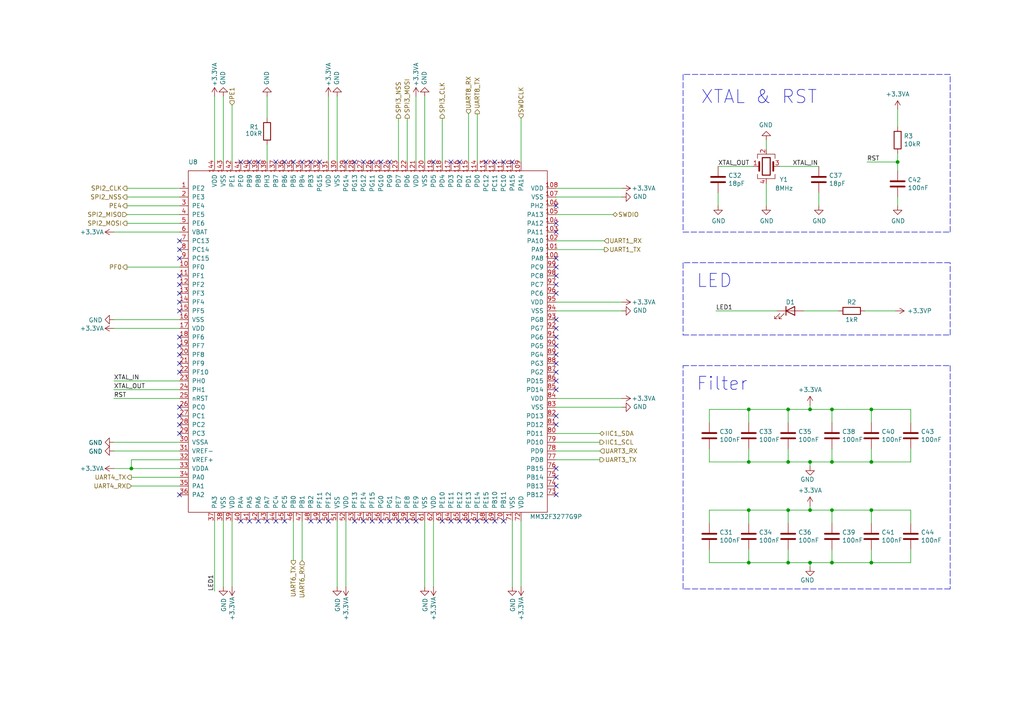
<source format=kicad_sch>
(kicad_sch (version 20211123) (generator eeschema)
  (paper "A4")
  (title_block (title "MM32_Board") (date "2022-03-02") (rev "1.3.2"))
  (lib_symbols
    (symbol "Device:C" (pin_numbers hide) (pin_names (offset 0.254))
      (property "Reference" "C" (at 0.635 2.54 0))
      (property "Value" "C" (at 0.635 -2.54 0))
      (symbol "C_0_1"
        (polyline (pts (xy -2.032 -0.762) (xy 2.032 -0.762)) (stroke (width 0.508)))
        (polyline (pts (xy -2.032 0.762) (xy 2.032 0.762)) (stroke (width 0.508)))
      )
      (symbol "C_1_1"
        (pin passive line (at 0 3.81 270) (length 2.794) (name "~") (number "1"))
        (pin passive line (at 0 -3.81 90) (length 2.794) (name "~") (number "2"))
      )
    )
    (symbol "Device:Crystal_GND24" (pin_names (offset 1.016) hide)
      (property "Reference" "Y" (at 3.175 5.08 0))
      (property "Value" "Crystal_GND24" (at 3.175 3.175 0))
      (symbol "Crystal_GND24_0_1"
        (rectangle (start -1.143 2.54) (end 1.143 -2.54) (stroke (width 0.3048)))
        (polyline (pts (xy -2.54 0) (xy -2.032 0)))
        (polyline (pts (xy -2.032 -1.27) (xy -2.032 1.27)) (stroke (width 0.508)))
        (polyline (pts (xy 0 -3.81) (xy 0 -3.556)))
        (polyline (pts (xy 0 3.556) (xy 0 3.81)))
        (polyline (pts (xy 2.032 -1.27) (xy 2.032 1.27)) (stroke (width 0.508)))
        (polyline (pts (xy 2.032 0) (xy 2.54 0)))
        (polyline (pts (xy -2.54 -2.286) (xy -2.54 -3.556) (xy 2.54 -3.556) (xy 2.54 -2.286)))
        (polyline (pts (xy -2.54 2.286) (xy -2.54 3.556) (xy 2.54 3.556) (xy 2.54 2.286)))
      )
      (symbol "Crystal_GND24_1_1"
        (pin passive line (at -3.81 0 0) (length 1.27) (name "1") (number "1"))
        (pin passive line (at 0 5.08 270) (length 1.27) (name "2") (number "2"))
        (pin passive line (at 3.81 0 180) (length 1.27) (name "3") (number "3"))
        (pin passive line (at 0 -5.08 90) (length 1.27) (name "4") (number "4"))
      )
    )
    (symbol "Device:LED" (pin_numbers hide) (pin_names (offset 1.016) hide)
      (property "Reference" "D" (at 0 2.54 0))
      (property "Value" "LED" (at 0 -2.54 0))
      (symbol "LED_0_1"
        (polyline (pts (xy -1.27 -1.27) (xy -1.27 1.27)) (stroke (width 0.254)))
        (polyline (pts (xy -1.27 0) (xy 1.27 0)))
        (polyline (pts (xy 1.27 -1.27) (xy 1.27 1.27) (xy -1.27 0) (xy 1.27 -1.27)) (stroke (width 0.254)))
        (polyline (pts (xy -3.048 -0.762) (xy -4.572 -2.286) (xy -3.81 -2.286) (xy -4.572 -2.286) (xy -4.572 -1.524)))
        (polyline (pts (xy -1.778 -0.762) (xy -3.302 -2.286) (xy -2.54 -2.286) (xy -3.302 -2.286) (xy -3.302 -1.524)))
      )
      (symbol "LED_1_1"
        (pin passive line (at -3.81 0 0) (length 2.54) (name "K") (number "1"))
        (pin passive line (at 3.81 0 180) (length 2.54) (name "A") (number "2"))
      )
    )
    (symbol "Device:R" (pin_numbers hide) (pin_names (offset 0))
      (property "Reference" "R" (at 2.032 0 90))
      (property "Value" "R" (at 0 0 90))
      (symbol "R_0_1"
        (rectangle (start -1.016 -2.54) (end 1.016 2.54) (stroke (width 0.254)))
      )
      (symbol "R_1_1"
        (pin passive line (at 0 3.81 270) (length 1.27) (name "~") (number "1"))
        (pin passive line (at 0 -3.81 90) (length 1.27) (name "~") (number "2"))
      )
    )
    (symbol "MM32_Periph:MM32F3277G9P" (pin_names (offset 1.016))
      (property "Reference" "U" (at 1.27 104.14 0))
      (property "Value" "MM32F3277G9P" (at 107.95 -2.54 0))
      (symbol "MM32F3277G9P_0_0"
        (pin bidirectional line (at -2.54 71.12 0) (length 2.54) (name "PF0") (number "10"))
        (pin bidirectional line (at 106.68 73.66 180) (length 2.54) (name "PA8") (number "100"))
        (pin bidirectional line (at 106.68 76.2 180) (length 2.54) (name "PA9") (number "101"))
        (pin bidirectional line (at 106.68 78.74 180) (length 2.54) (name "PA10") (number "102"))
        (pin bidirectional line (at 106.68 81.28 180) (length 2.54) (name "PA11") (number "103"))
        (pin bidirectional line (at 106.68 83.82 180) (length 2.54) (name "PA12") (number "104"))
        (pin bidirectional line (at 106.68 86.36 180) (length 2.54) (name "PA13") (number "105"))
        (pin bidirectional line (at 106.68 88.9 180) (length 2.54) (name "PH2") (number "106"))
        (pin power_in line (at 106.68 91.44 180) (length 2.54) (name "VSS") (number "107"))
        (pin power_in line (at 106.68 93.98 180) (length 2.54) (name "VDD") (number "108"))
        (pin bidirectional line (at 96.52 101.6 270) (length 2.54) (name "PA14") (number "109"))
        (pin bidirectional line (at -2.54 68.58 0) (length 2.54) (name "PF1") (number "11"))
        (pin bidirectional line (at 93.98 101.6 270) (length 2.54) (name "PA15") (number "110"))
        (pin bidirectional line (at 91.44 101.6 270) (length 2.54) (name "PC10") (number "111"))
        (pin bidirectional line (at 88.9 101.6 270) (length 2.54) (name "PC11") (number "112"))
        (pin bidirectional line (at 86.36 101.6 270) (length 2.54) (name "PC12") (number "113"))
        (pin bidirectional line (at 83.82 101.6 270) (length 2.54) (name "PD0") (number "114"))
        (pin bidirectional line (at 81.28 101.6 270) (length 2.54) (name "PD1") (number "115"))
        (pin bidirectional line (at 78.74 101.6 270) (length 2.54) (name "PD2") (number "116"))
        (pin bidirectional line (at 76.2 101.6 270) (length 2.54) (name "PD3") (number "117"))
        (pin bidirectional line (at 73.66 101.6 270) (length 2.54) (name "PD4") (number "118"))
        (pin bidirectional line (at 71.12 101.6 270) (length 2.54) (name "PD5") (number "119"))
        (pin bidirectional line (at -2.54 66.04 0) (length 2.54) (name "PF2") (number "12"))
        (pin power_in line (at 68.58 101.6 270) (length 2.54) (name "VSS") (number "120"))
        (pin power_in line (at 66.04 101.6 270) (length 2.54) (name "VDD") (number "121"))
        (pin bidirectional line (at 63.5 101.6 270) (length 2.54) (name "PD6") (number "122"))
        (pin bidirectional line (at 60.96 101.6 270) (length 2.54) (name "PD7") (number "123"))
        (pin bidirectional line (at 58.42 101.6 270) (length 2.54) (name "PG9") (number "124"))
        (pin bidirectional line (at 55.88 101.6 270) (length 2.54) (name "PG10") (number "125"))
        (pin bidirectional line (at 53.34 101.6 270) (length 2.54) (name "PG11") (number "126"))
        (pin bidirectional line (at 50.8 101.6 270) (length 2.54) (name "PG12") (number "127"))
        (pin bidirectional line (at 48.26 101.6 270) (length 2.54) (name "PG13") (number "128"))
        (pin bidirectional line (at 45.72 101.6 270) (length 2.54) (name "PG14") (number "129"))
        (pin bidirectional line (at -2.54 63.5 0) (length 2.54) (name "PF3") (number "13"))
        (pin power_in line (at 43.18 101.6 270) (length 2.54) (name "VSS") (number "130"))
        (pin power_in line (at 40.64 101.6 270) (length 2.54) (name "VDD") (number "131"))
        (pin bidirectional line (at 38.1 101.6 270) (length 2.54) (name "PG15") (number "132"))
        (pin bidirectional line (at 35.56 101.6 270) (length 2.54) (name "PB3") (number "133"))
        (pin bidirectional line (at 33.02 101.6 270) (length 2.54) (name "PB4") (number "134"))
        (pin bidirectional line (at 30.48 101.6 270) (length 2.54) (name "PB5") (number "135"))
        (pin bidirectional line (at 27.94 101.6 270) (length 2.54) (name "PB6") (number "136"))
        (pin bidirectional line (at 25.4 101.6 270) (length 2.54) (name "PB7") (number "137"))
        (pin bidirectional line (at 22.86 101.6 270) (length 2.54) (name "PH3") (number "138"))
        (pin bidirectional line (at 20.32 101.6 270) (length 2.54) (name "PB8") (number "139"))
        (pin bidirectional line (at -2.54 60.96 0) (length 2.54) (name "PF4") (number "14"))
        (pin bidirectional line (at 17.78 101.6 270) (length 2.54) (name "PB9") (number "140"))
        (pin bidirectional line (at 15.24 101.6 270) (length 2.54) (name "PE0") (number "141"))
        (pin bidirectional line (at 12.7 101.6 270) (length 2.54) (name "PE1") (number "142"))
        (pin power_in line (at 10.16 101.6 270) (length 2.54) (name "VSS") (number "143"))
        (pin power_in line (at 7.62 101.6 270) (length 2.54) (name "VDD") (number "144"))
        (pin bidirectional line (at -2.54 58.42 0) (length 2.54) (name "PF5") (number "15"))
        (pin power_in line (at -2.54 55.88 0) (length 2.54) (name "VSS") (number "16"))
        (pin power_in line (at -2.54 53.34 0) (length 2.54) (name "VDD") (number "17"))
        (pin bidirectional line (at -2.54 50.8 0) (length 2.54) (name "PF6") (number "18"))
        (pin bidirectional line (at -2.54 48.26 0) (length 2.54) (name "PF7") (number "19"))
        (pin bidirectional line (at -2.54 91.44 0) (length 2.54) (name "PE3") (number "2"))
        (pin bidirectional line (at -2.54 45.72 0) (length 2.54) (name "PF8") (number "20"))
        (pin bidirectional line (at -2.54 43.18 0) (length 2.54) (name "PF9") (number "21"))
        (pin bidirectional line (at -2.54 40.64 0) (length 2.54) (name "PF10") (number "22"))
        (pin bidirectional line (at -2.54 38.1 0) (length 2.54) (name "PH0") (number "23"))
        (pin bidirectional line (at -2.54 35.56 0) (length 2.54) (name "PH1") (number "24"))
        (pin bidirectional line (at -2.54 33.02 0) (length 2.54) (name "nRST") (number "25"))
        (pin bidirectional line (at -2.54 30.48 0) (length 2.54) (name "PC0") (number "26"))
        (pin bidirectional line (at -2.54 27.94 0) (length 2.54) (name "PC1") (number "27"))
        (pin bidirectional line (at -2.54 25.4 0) (length 2.54) (name "PC2") (number "28"))
        (pin bidirectional line (at -2.54 22.86 0) (length 2.54) (name "PC3") (number "29"))
        (pin bidirectional line (at -2.54 88.9 0) (length 2.54) (name "PE4") (number "3"))
        (pin power_in line (at -2.54 20.32 0) (length 2.54) (name "VSSA") (number "30"))
        (pin power_in line (at -2.54 17.78 0) (length 2.54) (name "VREF-") (number "31"))
        (pin power_in line (at -2.54 15.24 0) (length 2.54) (name "VREF+") (number "32"))
        (pin power_in line (at -2.54 12.7 0) (length 2.54) (name "VDDA") (number "33"))
        (pin bidirectional line (at -2.54 10.16 0) (length 2.54) (name "PA0") (number "34"))
        (pin bidirectional line (at -2.54 7.62 0) (length 2.54) (name "PA1") (number "35"))
        (pin bidirectional line (at -2.54 5.08 0) (length 2.54) (name "PA2") (number "36"))
        (pin bidirectional line (at 7.62 -2.54 90) (length 2.54) (name "PA3") (number "37"))
        (pin power_in line (at 10.16 -2.54 90) (length 2.54) (name "VSS") (number "38"))
        (pin power_in line (at 12.7 -2.54 90) (length 2.54) (name "VDD") (number "39"))
        (pin bidirectional line (at -2.54 86.36 0) (length 2.54) (name "PE5") (number "4"))
        (pin bidirectional line (at 15.24 -2.54 90) (length 2.54) (name "PA4") (number "40"))
        (pin bidirectional line (at 17.78 -2.54 90) (length 2.54) (name "PA5") (number "41"))
        (pin bidirectional line (at 20.32 -2.54 90) (length 2.54) (name "PA6") (number "42"))
        (pin bidirectional line (at 22.86 -2.54 90) (length 2.54) (name "PA7") (number "43"))
        (pin bidirectional line (at 25.4 -2.54 90) (length 2.54) (name "PC4") (number "44"))
        (pin bidirectional line (at 27.94 -2.54 90) (length 2.54) (name "PC5") (number "45"))
        (pin bidirectional line (at 30.48 -2.54 90) (length 2.54) (name "PB0") (number "46"))
        (pin bidirectional line (at 33.02 -2.54 90) (length 2.54) (name "PB1") (number "47"))
        (pin bidirectional line (at 35.56 -2.54 90) (length 2.54) (name "PB2") (number "48"))
        (pin bidirectional line (at 38.1 -2.54 90) (length 2.54) (name "PF11") (number "49"))
        (pin bidirectional line (at -2.54 83.82 0) (length 2.54) (name "PE6") (number "5"))
        (pin bidirectional line (at 40.64 -2.54 90) (length 2.54) (name "PF12") (number "50"))
        (pin power_in line (at 43.18 -2.54 90) (length 2.54) (name "VSS") (number "51"))
        (pin power_in line (at 45.72 -2.54 90) (length 2.54) (name "VDD") (number "52"))
        (pin bidirectional line (at 48.26 -2.54 90) (length 2.54) (name "PF13") (number "53"))
        (pin bidirectional line (at 50.8 -2.54 90) (length 2.54) (name "PF14") (number "54"))
        (pin bidirectional line (at 53.34 -2.54 90) (length 2.54) (name "PF15") (number "55"))
        (pin bidirectional line (at 55.88 -2.54 90) (length 2.54) (name "PG0") (number "56"))
        (pin bidirectional line (at 58.42 -2.54 90) (length 2.54) (name "PG1") (number "57"))
        (pin bidirectional line (at 60.96 -2.54 90) (length 2.54) (name "PE7") (number "58"))
        (pin bidirectional line (at 63.5 -2.54 90) (length 2.54) (name "PE8") (number "59"))
        (pin power_in line (at -2.54 81.28 0) (length 2.54) (name "VBAT") (number "6"))
        (pin bidirectional line (at 66.04 -2.54 90) (length 2.54) (name "PE9") (number "60"))
        (pin power_in line (at 68.58 -2.54 90) (length 2.54) (name "VSS") (number "61"))
        (pin power_in line (at 71.12 -2.54 90) (length 2.54) (name "VDD") (number "62"))
        (pin bidirectional line (at 73.66 -2.54 90) (length 2.54) (name "PE10") (number "63"))
        (pin bidirectional line (at 76.2 -2.54 90) (length 2.54) (name "PE11") (number "64"))
        (pin bidirectional line (at 78.74 -2.54 90) (length 2.54) (name "PE12") (number "65"))
        (pin bidirectional line (at 81.28 -2.54 90) (length 2.54) (name "PE13") (number "66"))
        (pin bidirectional line (at 83.82 -2.54 90) (length 2.54) (name "PE14") (number "67"))
        (pin bidirectional line (at 86.36 -2.54 90) (length 2.54) (name "PE15") (number "68"))
        (pin bidirectional line (at 88.9 -2.54 90) (length 2.54) (name "PB10") (number "69"))
        (pin bidirectional line (at -2.54 78.74 0) (length 2.54) (name "PC13") (number "7"))
        (pin bidirectional line (at 91.44 -2.54 90) (length 2.54) (name "PB11") (number "70"))
        (pin power_in line (at 93.98 -2.54 90) (length 2.54) (name "VSS") (number "71"))
        (pin power_in line (at 96.52 -2.54 90) (length 2.54) (name "VDD") (number "72"))
        (pin bidirectional line (at 106.68 5.08 180) (length 2.54) (name "PB12") (number "73"))
        (pin bidirectional line (at 106.68 7.62 180) (length 2.54) (name "PB13") (number "74"))
        (pin bidirectional line (at 106.68 10.16 180) (length 2.54) (name "PB14") (number "75"))
        (pin bidirectional line (at 106.68 12.7 180) (length 2.54) (name "PB15") (number "76"))
        (pin bidirectional line (at 106.68 15.24 180) (length 2.54) (name "PD8") (number "77"))
        (pin bidirectional line (at 106.68 17.78 180) (length 2.54) (name "PD9") (number "78"))
        (pin bidirectional line (at 106.68 20.32 180) (length 2.54) (name "PD10") (number "79"))
        (pin bidirectional line (at -2.54 76.2 0) (length 2.54) (name "PC14") (number "8"))
        (pin bidirectional line (at 106.68 22.86 180) (length 2.54) (name "PD11") (number "80"))
        (pin bidirectional line (at 106.68 25.4 180) (length 2.54) (name "PD12") (number "81"))
        (pin bidirectional line (at 106.68 27.94 180) (length 2.54) (name "PD13") (number "82"))
        (pin power_in line (at 106.68 30.48 180) (length 2.54) (name "VSS") (number "83"))
        (pin power_in line (at 106.68 33.02 180) (length 2.54) (name "VDD") (number "84"))
        (pin bidirectional line (at 106.68 35.56 180) (length 2.54) (name "PD14") (number "85"))
        (pin bidirectional line (at 106.68 38.1 180) (length 2.54) (name "PD15") (number "86"))
        (pin bidirectional line (at 106.68 40.64 180) (length 2.54) (name "PG2") (number "87"))
        (pin bidirectional line (at 106.68 43.18 180) (length 2.54) (name "PG3") (number "88"))
        (pin bidirectional line (at 106.68 45.72 180) (length 2.54) (name "PG4") (number "89"))
        (pin bidirectional line (at -2.54 73.66 0) (length 2.54) (name "PC15") (number "9"))
        (pin bidirectional line (at 106.68 48.26 180) (length 2.54) (name "PG5") (number "90"))
        (pin bidirectional line (at 106.68 50.8 180) (length 2.54) (name "PG6") (number "91"))
        (pin bidirectional line (at 106.68 53.34 180) (length 2.54) (name "PG7") (number "92"))
        (pin bidirectional line (at 106.68 55.88 180) (length 2.54) (name "PG8") (number "93"))
        (pin power_in line (at 106.68 58.42 180) (length 2.54) (name "VSS") (number "94"))
        (pin power_in line (at 106.68 60.96 180) (length 2.54) (name "VDD") (number "95"))
        (pin bidirectional line (at 106.68 63.5 180) (length 2.54) (name "PC6") (number "96"))
        (pin bidirectional line (at 106.68 66.04 180) (length 2.54) (name "PC7") (number "97"))
        (pin bidirectional line (at 106.68 68.58 180) (length 2.54) (name "PC8") (number "98"))
        (pin bidirectional line (at 106.68 71.12 180) (length 2.54) (name "PC9") (number "99"))
      )
      (symbol "MM32F3277G9P_0_1"
        (rectangle (start 0 99.06) (end 104.14 0))
      )
      (symbol "MM32F3277G9P_1_1"
        (pin bidirectional line (at -2.54 93.98 0) (length 2.54) (name "PE2") (number "1"))
      )
    )
    (symbol "power:+3.3VA" (power) (pin_names (offset 0))
      (property "Value" "+3.3VA" (at 0 3.556 0))
      (symbol "+3.3VA_0_1"
        (polyline (pts (xy -0.762 1.27) (xy 0 2.54)))
        (polyline (pts (xy 0 0) (xy 0 2.54)))
        (polyline (pts (xy 0 2.54) (xy 0.762 1.27)))
      )
      (symbol "+3.3VA_1_1"
        (pin power_in line (at 0 0 90) (length 0) hide (name "+3.3VA") (number "1"))
      )
    )
    (symbol "power:+3.3VP" (power) (pin_names (offset 0))
      (property "Value" "+3.3VP" (at 0 2.54 0))
      (symbol "+3.3VP_0_0"
        (pin power_in line (at 0 0 90) (length 0) hide (name "+3.3VP") (number "1"))
      )
      (symbol "+3.3VP_0_1"
        (polyline (pts (xy -0.762 1.27) (xy 0 2.54)))
        (polyline (pts (xy 0 0) (xy 0 2.54)))
        (polyline (pts (xy 0 2.54) (xy 0.762 1.27)))
      )
    )
    (symbol "power:GND" (power) (pin_names (offset 0))
      (property "Value" "GND" (at 0 -3.81 0))
      (symbol "GND_0_1"
        (polyline (pts (xy 0 0) (xy 0 -1.27) (xy 1.27 -1.27) (xy 0 -2.54) (xy -1.27 -1.27) (xy 0 -1.27)))
      )
      (symbol "GND_1_1"
        (pin power_in line (at 0 0 270) (length 0) hide (name "GND") (number "1"))
      )
    )
  )
  (junction (at 217.17 133.985))
  (junction (at 234.95 133.985))
  (junction (at 234.95 118.745))
  (junction (at 241.3 133.985))
  (junction (at 241.3 118.745))
  (junction (at 241.3 147.955))
  (junction (at 252.73 118.745))
  (junction (at 234.95 163.195))
  (junction (at 217.17 163.195))
  (junction (at 260.35 46.99))
  (junction (at 252.73 133.985))
  (junction (at 241.3 163.195))
  (junction (at 252.73 147.955))
  (junction (at 228.6 118.745))
  (junction (at 38.1 135.89))
  (junction (at 228.6 147.955))
  (junction (at 228.6 163.195))
  (junction (at 217.17 118.745))
  (junction (at 228.6 133.985))
  (junction (at 217.17 147.955))
  (junction (at 252.73 163.195))
  (junction (at 234.95 147.955))
  (no_connect (at 52.07 97.79))
  (no_connect (at 143.51 151.13))
  (no_connect (at 161.29 97.79))
  (no_connect (at 161.29 143.51))
  (no_connect (at 110.49 46.99))
  (no_connect (at 113.03 46.99))
  (no_connect (at 77.47 151.13))
  (no_connect (at 115.57 151.13))
  (no_connect (at 107.95 46.99))
  (no_connect (at 102.87 46.99))
  (no_connect (at 110.49 151.13))
  (no_connect (at 52.07 87.63))
  (no_connect (at 82.55 46.99))
  (no_connect (at 69.85 46.99))
  (no_connect (at 130.81 46.99))
  (no_connect (at 100.33 46.99))
  (no_connect (at 161.29 77.47))
  (no_connect (at 161.29 107.95))
  (no_connect (at 133.35 151.13))
  (no_connect (at 161.29 100.33))
  (no_connect (at 161.29 135.89))
  (no_connect (at 161.29 110.49))
  (no_connect (at 161.29 113.03))
  (no_connect (at 161.29 120.65))
  (no_connect (at 52.07 100.33))
  (no_connect (at 118.11 151.13))
  (no_connect (at 52.07 120.65))
  (no_connect (at 146.05 46.99))
  (no_connect (at 95.25 151.13))
  (no_connect (at 107.95 151.13))
  (no_connect (at 105.41 46.99))
  (no_connect (at 52.07 102.87))
  (no_connect (at 161.29 67.31))
  (no_connect (at 135.89 151.13))
  (no_connect (at 52.07 85.09))
  (no_connect (at 161.29 138.43))
  (no_connect (at 161.29 92.71))
  (no_connect (at 52.07 72.39))
  (no_connect (at 138.43 151.13))
  (no_connect (at 69.85 151.13))
  (no_connect (at 161.29 102.87))
  (no_connect (at 120.65 151.13))
  (no_connect (at 148.59 46.99))
  (no_connect (at 52.07 80.01))
  (no_connect (at 52.07 118.11))
  (no_connect (at 161.29 74.93))
  (no_connect (at 105.41 151.13))
  (no_connect (at 102.87 151.13))
  (no_connect (at 74.93 46.99))
  (no_connect (at 52.07 82.55))
  (no_connect (at 52.07 90.17))
  (no_connect (at 161.29 140.97))
  (no_connect (at 161.29 105.41))
  (no_connect (at 52.07 107.95))
  (no_connect (at 72.39 46.99))
  (no_connect (at 140.97 151.13))
  (no_connect (at 128.27 151.13))
  (no_connect (at 72.39 151.13))
  (no_connect (at 113.03 151.13))
  (no_connect (at 92.71 151.13))
  (no_connect (at 125.73 46.99))
  (no_connect (at 52.07 74.93))
  (no_connect (at 52.07 123.19))
  (no_connect (at 146.05 151.13))
  (no_connect (at 80.01 151.13))
  (no_connect (at 161.29 80.01))
  (no_connect (at 52.07 69.85))
  (no_connect (at 161.29 123.19))
  (no_connect (at 90.17 151.13))
  (no_connect (at 90.17 46.99))
  (no_connect (at 87.63 46.99))
  (no_connect (at 85.09 46.99))
  (no_connect (at 74.93 151.13))
  (no_connect (at 161.29 85.09))
  (no_connect (at 143.51 46.99))
  (no_connect (at 133.35 46.99))
  (no_connect (at 161.29 59.69))
  (no_connect (at 52.07 143.51))
  (no_connect (at 82.55 151.13))
  (no_connect (at 161.29 82.55))
  (no_connect (at 130.81 151.13))
  (no_connect (at 161.29 64.77))
  (no_connect (at 52.07 105.41))
  (no_connect (at 80.01 46.99))
  (no_connect (at 92.71 46.99))
  (no_connect (at 161.29 95.25))
  (no_connect (at 52.07 125.73))
  (no_connect (at 140.97 46.99))
  (wire (pts (xy 85.09 151.13) (xy 85.09 162.56)))
  (wire (pts (xy 241.3 130.175) (xy 241.3 133.985)))
  (wire (pts (xy 241.3 159.385) (xy 241.3 163.195)))
  (wire (pts (xy 161.29 125.73) (xy 173.99 125.73)))
  (wire (pts (xy 118.11 46.99) (xy 118.11 34.29)))
  (wire (pts (xy 205.74 118.745) (xy 217.17 118.745)))
  (wire (pts (xy 234.95 147.955) (xy 241.3 147.955)))
  (wire (pts (xy 161.29 72.39) (xy 175.26 72.39)))
  (wire (pts (xy 250.825 90.17) (xy 259.715 90.17)))
  (wire (pts (xy 218.44 48.26) (xy 208.28 48.26)))
  (wire (pts (xy 205.74 151.765) (xy 205.74 147.955)))
  (wire (pts (xy 36.83 77.47) (xy 52.07 77.47)))
  (wire (pts (xy 252.73 118.745) (xy 264.16 118.745)))
  (wire (pts (xy 33.02 130.81) (xy 52.07 130.81)))
  (wire (pts (xy 252.73 130.175) (xy 252.73 133.985)))
  (wire (pts (xy 36.83 59.69) (xy 52.07 59.69)))
  (wire (pts (xy 161.29 128.27) (xy 173.99 128.27)))
  (wire (pts (xy 251.46 46.99) (xy 260.35 46.99)))
  (wire (pts (xy 234.95 164.465) (xy 234.95 163.195)))
  (wire (pts (xy 128.27 46.99) (xy 128.27 34.29)))
  (wire (pts (xy 52.07 113.03) (xy 33.02 113.03)))
  (wire (pts (xy 161.29 90.17) (xy 180.34 90.17)))
  (wire (pts (xy 38.1 140.97) (xy 52.07 140.97)))
  (polyline (pts (xy 275.59 21.59) (xy 198.12 21.59)))
  (wire (pts (xy 97.79 27.94) (xy 97.79 46.99)))
  (wire (pts (xy 33.02 128.27) (xy 52.07 128.27)))
  (wire (pts (xy 97.79 170.18) (xy 97.79 151.13)))
  (polyline (pts (xy 275.59 170.815) (xy 198.12 170.815)))
  (polyline (pts (xy 275.59 76.2) (xy 198.12 76.2)))
  (wire (pts (xy 228.6 151.765) (xy 228.6 147.955)))
  (wire (pts (xy 264.16 133.985) (xy 264.16 130.175)))
  (wire (pts (xy 234.95 135.255) (xy 234.95 133.985)))
  (wire (pts (xy 228.6 118.745) (xy 234.95 118.745)))
  (wire (pts (xy 52.07 64.77) (xy 36.83 64.77)))
  (wire (pts (xy 33.02 135.89) (xy 38.1 135.89)))
  (wire (pts (xy 205.74 133.985) (xy 217.17 133.985)))
  (wire (pts (xy 100.33 170.18) (xy 100.33 151.13)))
  (wire (pts (xy 228.6 163.195) (xy 234.95 163.195)))
  (wire (pts (xy 161.29 118.11) (xy 180.34 118.11)))
  (wire (pts (xy 62.23 27.94) (xy 62.23 46.99)))
  (wire (pts (xy 161.29 54.61) (xy 180.34 54.61)))
  (polyline (pts (xy 275.59 67.31) (xy 275.59 21.59)))
  (wire (pts (xy 252.73 133.985) (xy 264.16 133.985)))
  (wire (pts (xy 138.43 46.99) (xy 138.43 33.02)))
  (wire (pts (xy 241.3 133.985) (xy 252.73 133.985)))
  (wire (pts (xy 120.65 27.94) (xy 120.65 46.99)))
  (wire (pts (xy 205.74 163.195) (xy 217.17 163.195)))
  (wire (pts (xy 252.73 122.555) (xy 252.73 118.745)))
  (wire (pts (xy 33.02 92.71) (xy 52.07 92.71)))
  (wire (pts (xy 264.16 163.195) (xy 264.16 159.385)))
  (polyline (pts (xy 198.12 21.59) (xy 198.12 67.31)))
  (wire (pts (xy 252.73 163.195) (xy 264.16 163.195)))
  (wire (pts (xy 38.1 138.43) (xy 52.07 138.43)))
  (wire (pts (xy 234.95 133.985) (xy 241.3 133.985)))
  (wire (pts (xy 241.3 163.195) (xy 252.73 163.195)))
  (wire (pts (xy 241.3 122.555) (xy 241.3 118.745)))
  (polyline (pts (xy 198.12 97.155) (xy 275.59 97.155)))
  (wire (pts (xy 228.6 147.955) (xy 234.95 147.955)))
  (polyline (pts (xy 275.59 106.045) (xy 275.59 170.815)))
  (wire (pts (xy 234.95 118.745) (xy 234.95 117.475)))
  (wire (pts (xy 161.29 133.35) (xy 173.99 133.35)))
  (wire (pts (xy 205.74 147.955) (xy 217.17 147.955)))
  (wire (pts (xy 38.1 133.35) (xy 38.1 135.89)))
  (wire (pts (xy 125.73 170.18) (xy 125.73 151.13)))
  (wire (pts (xy 64.77 170.18) (xy 64.77 151.13)))
  (wire (pts (xy 217.17 118.745) (xy 228.6 118.745)))
  (wire (pts (xy 260.35 57.15) (xy 260.35 59.69)))
  (wire (pts (xy 252.73 159.385) (xy 252.73 163.195)))
  (wire (pts (xy 123.19 27.94) (xy 123.19 46.99)))
  (wire (pts (xy 208.28 55.88) (xy 208.28 59.69)))
  (wire (pts (xy 205.74 130.175) (xy 205.74 133.985)))
  (wire (pts (xy 228.6 133.985) (xy 234.95 133.985)))
  (wire (pts (xy 64.77 27.94) (xy 64.77 46.99)))
  (wire (pts (xy 77.47 27.94) (xy 77.47 34.29)))
  (wire (pts (xy 241.3 147.955) (xy 252.73 147.955)))
  (wire (pts (xy 36.83 62.23) (xy 52.07 62.23)))
  (polyline (pts (xy 198.12 106.045) (xy 275.59 106.045)))
  (wire (pts (xy 205.74 159.385) (xy 205.74 163.195)))
  (wire (pts (xy 161.29 57.15) (xy 180.34 57.15)))
  (wire (pts (xy 175.26 69.85) (xy 161.29 69.85)))
  (wire (pts (xy 77.47 41.91) (xy 77.47 46.99)))
  (wire (pts (xy 33.02 67.31) (xy 52.07 67.31)))
  (wire (pts (xy 217.17 133.985) (xy 228.6 133.985)))
  (wire (pts (xy 36.83 57.15) (xy 52.07 57.15)))
  (wire (pts (xy 135.89 33.02) (xy 135.89 46.99)))
  (wire (pts (xy 161.29 115.57) (xy 180.34 115.57)))
  (wire (pts (xy 228.6 130.175) (xy 228.6 133.985)))
  (wire (pts (xy 87.63 162.56) (xy 87.63 151.13)))
  (wire (pts (xy 148.59 170.18) (xy 148.59 151.13)))
  (wire (pts (xy 33.02 95.25) (xy 52.07 95.25)))
  (wire (pts (xy 205.74 122.555) (xy 205.74 118.745)))
  (wire (pts (xy 241.3 151.765) (xy 241.3 147.955)))
  (wire (pts (xy 67.31 46.99) (xy 67.31 30.48)))
  (wire (pts (xy 260.35 46.99) (xy 260.35 49.53)))
  (wire (pts (xy 252.73 147.955) (xy 264.16 147.955)))
  (wire (pts (xy 38.1 135.89) (xy 52.07 135.89)))
  (polyline (pts (xy 198.12 170.815) (xy 198.12 106.045)))
  (wire (pts (xy 217.17 122.555) (xy 217.17 118.745)))
  (wire (pts (xy 33.02 110.49) (xy 52.07 110.49)))
  (wire (pts (xy 234.95 163.195) (xy 241.3 163.195)))
  (wire (pts (xy 217.17 151.765) (xy 217.17 147.955)))
  (wire (pts (xy 228.6 159.385) (xy 228.6 163.195)))
  (wire (pts (xy 234.95 147.955) (xy 234.95 146.685)))
  (wire (pts (xy 222.25 43.18) (xy 222.25 40.64)))
  (wire (pts (xy 33.02 115.57) (xy 52.07 115.57)))
  (wire (pts (xy 67.31 170.18) (xy 67.31 151.13)))
  (polyline (pts (xy 198.12 76.2) (xy 198.12 97.155)))
  (wire (pts (xy 241.3 118.745) (xy 252.73 118.745)))
  (wire (pts (xy 62.23 151.13) (xy 62.23 171.45)))
  (wire (pts (xy 151.13 34.29) (xy 151.13 46.99)))
  (polyline (pts (xy 275.59 97.155) (xy 275.59 76.2)))
  (wire (pts (xy 123.19 170.18) (xy 123.19 151.13)))
  (wire (pts (xy 234.95 118.745) (xy 241.3 118.745)))
  (wire (pts (xy 226.06 48.26) (xy 237.49 48.26)))
  (wire (pts (xy 217.17 163.195) (xy 228.6 163.195)))
  (wire (pts (xy 264.16 147.955) (xy 264.16 151.765)))
  (wire (pts (xy 115.57 46.99) (xy 115.57 34.29)))
  (wire (pts (xy 217.17 159.385) (xy 217.17 163.195)))
  (wire (pts (xy 151.13 170.18) (xy 151.13 151.13)))
  (wire (pts (xy 252.73 151.765) (xy 252.73 147.955)))
  (wire (pts (xy 217.17 130.175) (xy 217.17 133.985)))
  (polyline (pts (xy 198.12 67.31) (xy 275.59 67.31)))
  (wire (pts (xy 237.49 55.88) (xy 237.49 59.69)))
  (wire (pts (xy 52.07 133.35) (xy 38.1 133.35)))
  (wire (pts (xy 260.35 31.75) (xy 260.35 36.83)))
  (wire (pts (xy 233.045 90.17) (xy 243.205 90.17)))
  (wire (pts (xy 173.99 130.81) (xy 161.29 130.81)))
  (wire (pts (xy 228.6 122.555) (xy 228.6 118.745)))
  (wire (pts (xy 95.25 27.94) (xy 95.25 46.99)))
  (wire (pts (xy 36.83 54.61) (xy 52.07 54.61)))
  (wire (pts (xy 217.17 147.955) (xy 228.6 147.955)))
  (wire (pts (xy 161.29 62.23) (xy 177.8 62.23)))
  (wire (pts (xy 225.425 90.17) (xy 207.645 90.17)))
  (wire (pts (xy 180.34 87.63) (xy 161.29 87.63)))
  (wire (pts (xy 264.16 118.745) (xy 264.16 122.555)))
  (wire (pts (xy 222.25 53.34) (xy 222.25 59.69)))
  (wire (pts (xy 260.35 44.45) (xy 260.35 46.99)))
  (text "LED" (at 201.93 83.82 0) (effects (font (size 3.81 3.81)) (justify left bottom)))
  (text "XTAL & RST" (at 203.2 30.48 0) (effects (font (size 3.81 3.81)) (justify left bottom)))
  (text "Filter" (at 201.93 113.665 0) (effects (font (size 3.81 3.81)) (justify left bottom)))
  (label "XTAL_IN" (at 33.02 110.49 0))
  (label "XTAL_OUT" (at 208.28 48.26 0))
  (label "LED1" (at 207.645 90.17 0))
  (label "RST" (at 33.02 115.57 0))
  (label "RST" (at 251.46 46.99 0))
  (label "LED1" (at 62.23 171.45 90))
  (label "XTAL_IN" (at 229.87 48.26 0))
  (label "XTAL_OUT" (at 33.02 113.03 0))
  (hierarchical_label "SPI3_CLK" (shape output) (at 128.27 34.29 90))
  (hierarchical_label "PF0" (shape output) (at 36.83 77.47 180))
  (hierarchical_label "UART6_RX" (shape input) (at 87.63 162.56 270))
  (hierarchical_label "UART8_TX" (shape output) (at 138.43 33.02 90))
  (hierarchical_label "IIC1_SCL" (shape output) (at 173.99 128.27 0))
  (hierarchical_label "UART6_TX" (shape output) (at 85.09 162.56 270))
  (hierarchical_label "SPI3_NSS" (shape output) (at 115.57 34.29 90))
  (hierarchical_label "UART4_RX" (shape input) (at 38.1 140.97 180))
  (hierarchical_label "IIC1_SDA" (shape bidirectional) (at 173.99 125.73 0))
  (hierarchical_label "PE4" (shape output) (at 36.83 59.69 180))
  (hierarchical_label "PE1" (shape input) (at 67.31 30.48 90))
  (hierarchical_label "UART3_TX" (shape output) (at 173.99 133.35 0))
  (hierarchical_label "SPI2_CLK" (shape output) (at 36.83 54.61 180))
  (hierarchical_label "SWDCLK" (shape input) (at 151.13 34.29 90))
  (hierarchical_label "UART8_RX" (shape input) (at 135.89 33.02 90))
  (hierarchical_label "UART3_RX" (shape input) (at 173.99 130.81 0))
  (hierarchical_label "UART1_RX" (shape input) (at 175.26 69.85 0))
  (hierarchical_label "SPI2_MISO" (shape input) (at 36.83 62.23 180))
  (hierarchical_label "SPI3_MOSI" (shape output) (at 118.11 34.29 90))
  (hierarchical_label "SPI2_NSS" (shape output) (at 36.83 57.15 180))
  (hierarchical_label "SWDIO" (shape bidirectional) (at 177.8 62.23 0))
  (hierarchical_label "UART4_TX" (shape output) (at 38.1 138.43 180))
  (hierarchical_label "SPI2_MOSI" (shape output) (at 36.83 64.77 180))
  (hierarchical_label "UART1_TX" (shape output) (at 175.26 72.39 0))
  (symbol (lib_id "power:GND") (at 234.95 164.465 0) (unit 1)
    (property "Reference" "#PWR097" (effects hide))
    (property "Value" "GND" (at 236.22 168.275 0) (effects (justify right)))
  )
  (symbol (lib_id "power:+3.3VA") (at 100.33 170.18 180) (unit 1)
    (property "Reference" "#PWR078" (effects hide))
    (property "Value" "+3.3VA" (at 100.33 176.53 90))
  )
  (symbol (lib_id "power:+3.3VA") (at 180.34 115.57 270) (unit 1)
    (property "Reference" "#PWR089" (effects hide))
    (property "Value" "+3.3VA" (at 186.69 115.57 90))
  )
  (symbol (lib_id "power:+3.3VA") (at 180.34 54.61 270) (unit 1)
    (property "Reference" "#PWR085" (effects hide))
    (property "Value" "+3.3VA" (at 186.69 54.61 90))
  )
  (symbol (lib_id "Device:R") (at 77.47 38.1 0) (unit 1)
    (property "Reference" "R1" (at 72.39 36.83 0) (effects (justify left)))
    (property "Value" "10kR" (at 71.12 38.735 0) (effects (justify left)))
    (property "Footprint" "ControlBoard:R_0603_1608Metric" (effects hide))
  )
  (symbol (lib_id "Device:C") (at 217.17 126.365 0) (unit 1)
    (property "Reference" "C33" (at 220.091 125.1966 0) (effects (justify left)))
    (property "Value" "100nF" (at 220.091 127.508 0) (effects (justify left)))
    (property "Footprint" "ControlBoard:C_0603_1608Metric" (effects hide))
  )
  (symbol (lib_id "power:GND") (at 64.77 170.18 0) (unit 1)
    (property "Reference" "#PWR072" (effects hide))
    (property "Value" "GND" (at 64.897 173.4312 90) (effects (justify right)))
  )
  (symbol (lib_id "Device:C") (at 241.3 155.575 0) (unit 1)
    (property "Reference" "C39" (at 244.221 154.4066 0) (effects (justify left)))
    (property "Value" "100nF" (at 244.221 156.718 0) (effects (justify left)))
    (property "Footprint" "ControlBoard:C_0603_1608Metric" (effects hide))
  )
  (symbol (lib_id "power:GND") (at 180.34 90.17 90) (unit 1)
    (property "Reference" "#PWR088" (effects hide))
    (property "Value" "GND" (at 183.5912 90.043 90) (effects (justify right)))
  )
  (symbol (lib_id "power:GND") (at 123.19 170.18 0) (unit 1)
    (property "Reference" "#PWR081" (effects hide))
    (property "Value" "GND" (at 123.317 173.4312 90) (effects (justify right)))
  )
  (symbol (lib_id "power:GND") (at 33.02 128.27 270) (unit 1)
    (property "Reference" "#PWR067" (effects hide))
    (property "Value" "GND" (at 29.7688 128.397 90) (effects (justify right)))
  )
  (symbol (lib_id "power:+3.3VA") (at 33.02 67.31 90) (unit 1)
    (property "Reference" "#PWR064" (effects hide))
    (property "Value" "+3.3VA" (at 26.67 67.31 90))
  )
  (symbol (lib_id "Device:Crystal_GND24") (at 222.25 48.26 0) (unit 1)
    (property "Reference" "Y1" (at 226.06 52.07 0) (effects (justify left)))
    (property "Value" "8MHz" (at 224.79 54.61 0) (effects (justify left)))
    (property "Footprint" "ControlBoard:Crystal_SMD_3225-4Pin_3.2x2.5mm" (effects hide))
  )
  (symbol (lib_id "power:GND") (at 180.34 57.15 90) (unit 1)
    (property "Reference" "#PWR086" (effects hide))
    (property "Value" "GND" (at 183.5912 57.023 90) (effects (justify right)))
  )
  (symbol (lib_id "power:+3.3VA") (at 33.02 135.89 90) (unit 1)
    (property "Reference" "#PWR069" (effects hide))
    (property "Value" "+3.3VA" (at 26.67 135.89 90))
  )
  (symbol (lib_id "power:GND") (at 123.19 27.94 180) (unit 1)
    (property "Reference" "#PWR080" (effects hide))
    (property "Value" "GND" (at 123.063 24.6888 90) (effects (justify right)))
  )
  (symbol (lib_id "power:GND") (at 97.79 27.94 180) (unit 1)
    (property "Reference" "#PWR076" (effects hide))
    (property "Value" "GND" (at 97.663 24.6888 90) (effects (justify right)))
  )
  (symbol (lib_id "power:+3.3VA") (at 151.13 170.18 180) (unit 1)
    (property "Reference" "#PWR084" (effects hide))
    (property "Value" "+3.3VA" (at 151.13 176.53 90))
  )
  (symbol (lib_id "power:+3.3VA") (at 33.02 95.25 90) (unit 1)
    (property "Reference" "#PWR066" (effects hide))
    (property "Value" "+3.3VA" (at 26.67 95.25 90))
  )
  (symbol (lib_id "Device:C") (at 228.6 155.575 0) (unit 1)
    (property "Reference" "C36" (at 231.521 154.4066 0) (effects (justify left)))
    (property "Value" "100nF" (at 231.521 156.718 0) (effects (justify left)))
    (property "Footprint" "ControlBoard:C_0603_1608Metric" (effects hide))
  )
  (symbol (lib_id "power:GND") (at 208.28 59.69 0) (unit 1)
    (property "Reference" "#PWR091" (effects hide))
    (property "Value" "GND" (at 208.407 64.0842 0))
  )
  (symbol (lib_id "power:+3.3VA") (at 260.35 31.75 0) (unit 1)
    (property "Reference" "#PWR0100" (effects hide))
    (property "Value" "+3.3VA" (at 260.35 27.305 0))
  )
  (symbol (lib_id "power:GND") (at 33.02 92.71 270) (unit 1)
    (property "Reference" "#PWR065" (effects hide))
    (property "Value" "GND" (at 29.7688 92.837 90) (effects (justify right)))
  )
  (symbol (lib_id "Device:C") (at 252.73 155.575 0) (unit 1)
    (property "Reference" "C41" (at 255.651 154.4066 0) (effects (justify left)))
    (property "Value" "100nF" (at 255.651 156.718 0) (effects (justify left)))
    (property "Footprint" "ControlBoard:C_0603_1608Metric" (effects hide))
  )
  (symbol (lib_id "Device:C") (at 237.49 52.07 0) (unit 1)
    (property "Reference" "C37" (at 240.411 50.9016 0) (effects (justify left)))
    (property "Value" "18pF" (at 240.411 53.213 0) (effects (justify left)))
    (property "Footprint" "ControlBoard:C_0603_1608Metric" (effects hide))
  )
  (symbol (lib_id "Device:C") (at 252.73 126.365 0) (unit 1)
    (property "Reference" "C40" (at 255.651 125.1966 0) (effects (justify left)))
    (property "Value" "100nF" (at 255.651 127.508 0) (effects (justify left)))
    (property "Footprint" "ControlBoard:C_0603_1608Metric" (effects hide))
  )
  (symbol (lib_id "power:GND") (at 97.79 170.18 0) (unit 1)
    (property "Reference" "#PWR077" (effects hide))
    (property "Value" "GND" (at 97.917 173.4312 90) (effects (justify right)))
  )
  (symbol (lib_id "power:GND") (at 148.59 170.18 0) (unit 1)
    (property "Reference" "#PWR083" (effects hide))
    (property "Value" "GND" (at 148.717 173.4312 90) (effects (justify right)))
  )
  (symbol (lib_id "power:+3.3VA") (at 125.73 170.18 180) (unit 1)
    (property "Reference" "#PWR082" (effects hide))
    (property "Value" "+3.3VA" (at 125.73 176.53 90))
  )
  (symbol (lib_id "power:+3.3VA") (at 180.34 87.63 270) (unit 1)
    (property "Reference" "#PWR087" (effects hide))
    (property "Value" "+3.3VA" (at 186.69 87.63 90))
  )
  (symbol (lib_id "Device:C") (at 264.16 155.575 0) (unit 1)
    (property "Reference" "C44" (at 267.081 154.4066 0) (effects (justify left)))
    (property "Value" "100nF" (at 267.081 156.718 0) (effects (justify left)))
    (property "Footprint" "ControlBoard:C_0603_1608Metric" (effects hide))
  )
  (symbol (lib_id "power:+3.3VA") (at 234.95 146.685 0) (unit 1)
    (property "Reference" "#PWR096" (effects hide))
    (property "Value" "+3.3VA" (at 234.95 142.24 0))
  )
  (symbol (lib_id "power:GND") (at 222.25 40.64 180) (unit 1)
    (property "Reference" "#PWR092" (effects hide))
    (property "Value" "GND" (at 222.123 36.2458 0))
  )
  (symbol (lib_id "power:GND") (at 234.95 135.255 0) (unit 1)
    (property "Reference" "#PWR095" (effects hide))
    (property "Value" "GND" (at 236.22 139.065 0) (effects (justify right)))
  )
  (symbol (lib_id "power:GND") (at 222.25 59.69 0) (unit 1)
    (property "Reference" "#PWR093" (effects hide))
    (property "Value" "GND" (at 222.377 64.0842 0))
  )
  (symbol (lib_id "Device:R") (at 260.35 40.64 0) (unit 1)
    (property "Reference" "R3" (at 262.128 39.4716 0) (effects (justify left)))
    (property "Value" "10kR" (at 262.128 41.783 0) (effects (justify left)))
    (property "Footprint" "ControlBoard:R_0603_1608Metric" (effects hide))
  )
  (symbol (lib_id "power:+3.3VA") (at 62.23 27.94 0) (unit 1)
    (property "Reference" "#PWR070" (effects hide))
    (property "Value" "+3.3VA" (at 62.23 21.59 90))
  )
  (symbol (lib_id "power:GND") (at 237.49 59.69 0) (unit 1)
    (property "Reference" "#PWR098" (effects hide))
    (property "Value" "GND" (at 237.617 64.0842 0))
  )
  (symbol (lib_id "power:GND") (at 64.77 27.94 180) (unit 1)
    (property "Reference" "#PWR071" (effects hide))
    (property "Value" "GND" (at 64.643 24.6888 90) (effects (justify right)))
  )
  (symbol (lib_id "Device:LED") (at 229.235 90.17 0) (unit 1)
    (property "Reference" "D1" (at 229.235 87.63 0))
    (property "Value" "LED" (effects hide))
    (property "Footprint" "ControlBoard:LED_0603_1608Metric" (effects hide))
  )
  (symbol (lib_id "Device:C") (at 217.17 155.575 0) (unit 1)
    (property "Reference" "C34" (at 220.091 154.4066 0) (effects (justify left)))
    (property "Value" "100nF" (at 220.091 156.718 0) (effects (justify left)))
    (property "Footprint" "ControlBoard:C_0603_1608Metric" (effects hide))
  )
  (symbol (lib_id "Device:C") (at 205.74 126.365 0) (unit 1)
    (property "Reference" "C30" (at 208.661 125.1966 0) (effects (justify left)))
    (property "Value" "100nF" (at 208.661 127.508 0) (effects (justify left)))
    (property "Footprint" "ControlBoard:C_0603_1608Metric" (effects hide))
  )
  (symbol (lib_id "power:GND") (at 260.35 59.69 0) (unit 1)
    (property "Reference" "#PWR0101" (effects hide))
    (property "Value" "GND" (at 260.477 64.0842 0))
  )
  (symbol (lib_id "power:+3.3VA") (at 95.25 27.94 0) (unit 1)
    (property "Reference" "#PWR075" (effects hide))
    (property "Value" "+3.3VA" (at 95.25 21.59 90))
  )
  (symbol (lib_id "power:+3.3VP") (at 259.715 90.17 270) (unit 1)
    (property "Reference" "#PWR099" (effects hide))
    (property "Value" "+3.3VP" (at 266.7 90.17 90))
  )
  (symbol (lib_id "Device:C") (at 264.16 126.365 0) (unit 1)
    (property "Reference" "C43" (at 267.081 125.1966 0) (effects (justify left)))
    (property "Value" "100nF" (at 267.081 127.508 0) (effects (justify left)))
    (property "Footprint" "ControlBoard:C_0603_1608Metric" (effects hide))
  )
  (symbol (lib_id "power:+3.3VA") (at 120.65 27.94 0) (unit 1)
    (property "Reference" "#PWR079" (effects hide))
    (property "Value" "+3.3VA" (at 120.65 21.59 90))
  )
  (symbol (lib_id "Device:R") (at 247.015 90.17 270) (unit 1)
    (property "Reference" "R2" (at 247.015 87.63 90))
    (property "Value" "1kR" (at 247.015 92.71 90))
    (property "Footprint" "ControlBoard:R_0603_1608Metric" (effects hide))
  )
  (symbol (lib_id "power:GND") (at 180.34 118.11 90) (unit 1)
    (property "Reference" "#PWR090" (effects hide))
    (property "Value" "GND" (at 183.5912 117.983 90) (effects (justify right)))
  )
  (symbol (lib_id "Device:C") (at 228.6 126.365 0) (unit 1)
    (property "Reference" "C35" (at 231.521 125.1966 0) (effects (justify left)))
    (property "Value" "100nF" (at 231.521 127.508 0) (effects (justify left)))
    (property "Footprint" "ControlBoard:C_0603_1608Metric" (effects hide))
  )
  (symbol (lib_id "power:+3.3VA") (at 67.31 170.18 180) (unit 1)
    (property "Reference" "#PWR073" (effects hide))
    (property "Value" "+3.3VA" (at 67.31 176.53 90))
  )
  (symbol (lib_id "Device:C") (at 241.3 126.365 0) (unit 1)
    (property "Reference" "C38" (at 244.221 125.1966 0) (effects (justify left)))
    (property "Value" "100nF" (at 244.221 127.508 0) (effects (justify left)))
    (property "Footprint" "ControlBoard:C_0603_1608Metric" (effects hide))
  )
  (symbol (lib_id "MM32_Periph:MM32F3277G9P") (at 54.61 148.59 0) (unit 1)
    (property "Reference" "U8" (at 54.61 46.99 0) (effects (justify left)))
    (property "Value" "MM32F3277G9P" (at 153.67 149.86 0) (effects (justify left)))
    (property "Footprint" "ControlBoard:LQFP-144_20x20mm_P0.5mm" (effects hide))
  )
  (symbol (lib_id "Device:C") (at 208.28 52.07 0) (unit 1)
    (property "Reference" "C32" (at 211.201 50.9016 0) (effects (justify left)))
    (property "Value" "18pF" (at 211.201 53.213 0) (effects (justify left)))
    (property "Footprint" "ControlBoard:C_0603_1608Metric" (effects hide))
  )
  (symbol (lib_id "power:GND") (at 77.47 27.94 180) (unit 1)
    (property "Reference" "#PWR074" (effects hide))
    (property "Value" "GND" (at 77.343 24.6888 90) (effects (justify right)))
  )
  (symbol (lib_id "power:+3.3VA") (at 234.95 117.475 0) (unit 1)
    (property "Reference" "#PWR094" (effects hide))
    (property "Value" "+3.3VA" (at 234.95 113.03 0))
  )
  (symbol (lib_id "Device:C") (at 205.74 155.575 0) (unit 1)
    (property "Reference" "C31" (at 208.661 154.4066 0) (effects (justify left)))
    (property "Value" "100nF" (at 208.661 156.718 0) (effects (justify left)))
    (property "Footprint" "ControlBoard:C_0603_1608Metric" (effects hide))
  )
  (symbol (lib_id "Device:C") (at 260.35 53.34 0) (unit 1)
    (property "Reference" "C42" (at 263.271 52.1716 0) (effects (justify left)))
    (property "Value" "100nF" (at 263.271 54.483 0) (effects (justify left)))
    (property "Footprint" "ControlBoard:C_0603_1608Metric" (effects hide))
  )
  (symbol (lib_id "power:GND") (at 33.02 130.81 270) (unit 1)
    (property "Reference" "#PWR068" (effects hide))
    (property "Value" "GND" (at 29.7688 130.937 90) (effects (justify right)))
  )
)
</source>
